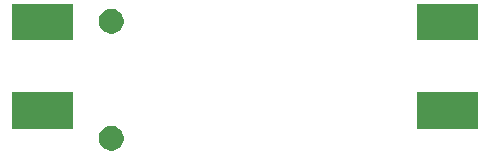
<source format=gbs>
G04 #@! TF.GenerationSoftware,KiCad,Pcbnew,5.0.2-bee76a0~70~ubuntu16.04.1*
G04 #@! TF.CreationDate,2019-03-07T18:54:15-05:00*
G04 #@! TF.ProjectId,lna,6c6e612e-6b69-4636-9164-5f7063625858,rev?*
G04 #@! TF.SameCoordinates,Original*
G04 #@! TF.FileFunction,Soldermask,Bot*
G04 #@! TF.FilePolarity,Negative*
%FSLAX46Y46*%
G04 Gerber Fmt 4.6, Leading zero omitted, Abs format (unit mm)*
G04 Created by KiCad (PCBNEW 5.0.2-bee76a0~70~ubuntu16.04.1) date Thu 07 Mar 2019 06:54:15 PM EST*
%MOMM*%
%LPD*%
G01*
G04 APERTURE LIST*
%ADD10C,0.100000*%
G04 APERTURE END LIST*
D10*
G36*
X79808414Y-79761879D02*
X79808416Y-79761880D01*
X79808417Y-79761880D01*
X79999594Y-79841068D01*
X80171651Y-79956033D01*
X80317967Y-80102349D01*
X80432932Y-80274406D01*
X80512121Y-80465586D01*
X80552490Y-80668534D01*
X80552490Y-80875466D01*
X80512121Y-81078414D01*
X80432932Y-81269594D01*
X80317967Y-81441651D01*
X80171651Y-81587967D01*
X80171648Y-81587969D01*
X79999594Y-81702932D01*
X79808417Y-81782120D01*
X79808416Y-81782120D01*
X79808414Y-81782121D01*
X79605466Y-81822490D01*
X79398534Y-81822490D01*
X79195586Y-81782121D01*
X79195584Y-81782120D01*
X79195583Y-81782120D01*
X79004406Y-81702932D01*
X78832352Y-81587969D01*
X78832349Y-81587967D01*
X78686033Y-81441651D01*
X78571068Y-81269594D01*
X78491879Y-81078414D01*
X78451510Y-80875466D01*
X78451510Y-80668534D01*
X78491879Y-80465586D01*
X78571068Y-80274406D01*
X78686033Y-80102349D01*
X78832349Y-79956033D01*
X79004406Y-79841068D01*
X79195583Y-79761880D01*
X79195584Y-79761880D01*
X79195586Y-79761879D01*
X79398534Y-79721510D01*
X79605466Y-79721510D01*
X79808414Y-79761879D01*
X79808414Y-79761879D01*
G37*
G36*
X110501000Y-79977000D02*
X105399000Y-79977000D01*
X105399000Y-76875000D01*
X110501000Y-76875000D01*
X110501000Y-79977000D01*
X110501000Y-79977000D01*
G37*
G36*
X76211000Y-79977000D02*
X71109000Y-79977000D01*
X71109000Y-76875000D01*
X76211000Y-76875000D01*
X76211000Y-79977000D01*
X76211000Y-79977000D01*
G37*
G36*
X110501000Y-72477000D02*
X105399000Y-72477000D01*
X105399000Y-69375000D01*
X110501000Y-69375000D01*
X110501000Y-72477000D01*
X110501000Y-72477000D01*
G37*
G36*
X76211000Y-72477000D02*
X71109000Y-72477000D01*
X71109000Y-69375000D01*
X76211000Y-69375000D01*
X76211000Y-72477000D01*
X76211000Y-72477000D01*
G37*
G36*
X79808414Y-69855879D02*
X79808416Y-69855880D01*
X79808417Y-69855880D01*
X79999594Y-69935068D01*
X80171651Y-70050033D01*
X80317967Y-70196349D01*
X80432932Y-70368406D01*
X80512121Y-70559586D01*
X80552490Y-70762534D01*
X80552490Y-70969466D01*
X80512121Y-71172414D01*
X80432932Y-71363594D01*
X80317967Y-71535651D01*
X80171651Y-71681967D01*
X80171648Y-71681969D01*
X79999594Y-71796932D01*
X79808417Y-71876120D01*
X79808416Y-71876120D01*
X79808414Y-71876121D01*
X79605466Y-71916490D01*
X79398534Y-71916490D01*
X79195586Y-71876121D01*
X79195584Y-71876120D01*
X79195583Y-71876120D01*
X79004406Y-71796932D01*
X78832352Y-71681969D01*
X78832349Y-71681967D01*
X78686033Y-71535651D01*
X78571068Y-71363594D01*
X78491879Y-71172414D01*
X78451510Y-70969466D01*
X78451510Y-70762534D01*
X78491879Y-70559586D01*
X78571068Y-70368406D01*
X78686033Y-70196349D01*
X78832349Y-70050033D01*
X79004406Y-69935068D01*
X79195583Y-69855880D01*
X79195584Y-69855880D01*
X79195586Y-69855879D01*
X79398534Y-69815510D01*
X79605466Y-69815510D01*
X79808414Y-69855879D01*
X79808414Y-69855879D01*
G37*
M02*

</source>
